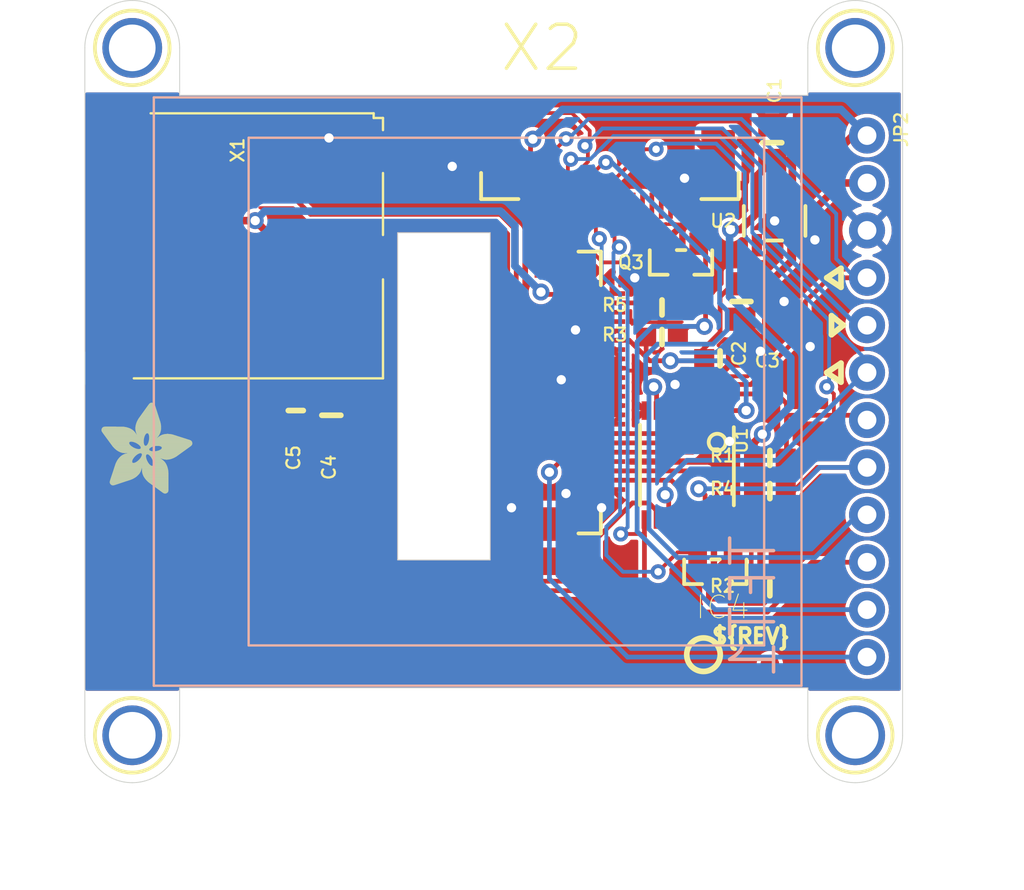
<source format=kicad_pcb>
(kicad_pcb (version 20221018) (generator pcbnew)
  (layers (0 "F.Cu" signal) (1 "In1.Cu" signal) (2 "In2.Cu" signal) (3 "In3.Cu" signal) (4 "In4.Cu" signal) (5 "In5.Cu" signal) (6 "In6.Cu" signal) (7 "In7.Cu" signal) (8 "In8.Cu" signal) (9 "In9.Cu" signal) (10 "In10.Cu" signal) (11 "In11.Cu" signal) (12 "In12.Cu" signal) (13 "In13.Cu" signal) (14 "In14.Cu" signal) (31 "B.Cu" signal) (34 "B.Paste" user) (35 "F.Paste" user) (36 "B.SilkS" user "B.Silkscreen") (37 "F.SilkS" user "F.Silkscreen") (38 "B.Mask" user) (39 "F.Mask" user) (44 "Edge.Cuts" user))
  (net 0 "")
  (net 1 "GND")
  (net 2 "SCK")
  (net 3 "SCK_3V")
  (net 4 "MOSI")
  (net 5 "MOSI_3V")
  (net 6 "MISO")
  (net 7 "+3V3")
  (net 8 "CARDCS")
  (net 9 "CARDCS_3V")
  (net 10 "LEDK")
  (net 11 "LITE")
  (net 12 "TFTDC")
  (net 13 "TFTDC_3V")
  (net 14 "TFTCS_3V")
  (net 15 "TFTCS")
  (net 16 "VIN")
  (net 17 "TFTRST_3V")
  (net 18 "TFTRST")
  (net 19 "N$1")
  (net 20 "TE")
  (footprint "working:0603-NO" (layer "F.Cu") (at 137.8966 106.0196 -90)
    (fp_text reference "C5")
    (fp_text value "0.1uF")
  )
  (footprint "working:0603-NO" (layer "F.Cu") (at 157.5181 102.0826 180)
    (fp_text reference "R3")
    (fp_text value "10K")
  )
  (footprint "working:0603-NO" (layer "F.Cu") (at 160.6296 103.2256)
    (fp_text reference "C3")
    (fp_text value "0.1uF")
  )
  (footprint "working:0603-NO" (layer "F.Cu") (at 157.5181 100.4951 180)
    (fp_text reference "R5")
    (fp_text value "10")
  )
  (footprint "working:EYE_SPI_DISPLAY_BOTCONTACT" (layer "F.Cu") (at 154.7241 93.8911 180)
    (fp_text reference "X2")
    (fp_text value "EYE_SPI_DISPLAY_FLIP")
  )
  (footprint "working:0805-NO" (layer "F.Cu") (at 161.7726 100.1776 -90)
    (fp_text reference "C2")
    (fp_text value "10uF")
  )
  (footprint "working:ADAFRUIT_5MM" (layer "F.Cu") (at 127.4826 110.4646)
    (fp_text reference "U$1" hide)
    (fp_text value "" hide)
  )
  (footprint "working:PLABEL7" (layer "F.Cu") (at 162.6616 101.9556)
    (fp_text reference "PLABEL7" hide)
    (fp_text value "" hide)
  )
  (footprint "working:PLABEL6" (layer "F.Cu") (at 163.2966 99.4156)
    (fp_text reference "PLABEL6" hide)
    (fp_text value "" hide)
  )
  (footprint "working:SOT23-WIDE" (layer "F.Cu") (at 160.3756 114.6556 180)
    (fp_text reference "IC4")
    (fp_text value "APX803-SAG")
  )
  (footprint "working:PLABEL9" (layer "F.Cu") (at 127.3556 117.4496)
    (fp_text reference "PLABEL9" hide)
    (fp_text value "" hide)
  )
  (footprint "working:FIDUCIAL_1MM" (layer "F.Cu") (at 144.7546 90.5256)
    (fp_text reference "U$4" hide)
    (fp_text value "FIDUCIAL_1MM" hide)
  )
  (footprint "working:PLABEL15" (layer "F.Cu") (at 164.6936 93.8276)
    (fp_text reference "PLABEL15" hide)
    (fp_text value "" hide)
  )
  (footprint "working:PLABEL3" (layer "F.Cu") (at 167.2336 114.0206)
    (fp_text reference "PLABEL3" hide)
    (fp_text value "" hide)
  )
  (footprint "working:PLABEL14" (layer "F.Cu") (at 167.2336 98.0186 90)
    (fp_text reference "PLABEL14" hide)
    (fp_text value "" hide)
  )
  (footprint "working:PLABEL4" (layer "F.Cu") (at 167.3606 107.0356)
    (fp_text reference "PLABEL4" hide)
    (fp_text value "" hide)
  )
  (footprint "working:PLABEL11" (layer "F.Cu") (at 127.3556 114.6556)
    (fp_text reference "PLABEL11" hide)
    (fp_text value "" hide)
  )
  (footprint "working:PLABEL8" (layer "F.Cu") (at 164.9476 117.0686)
    (fp_text reference "PLABEL8" hide)
    (fp_text value "" hide)
  )
  (footprint "working:0603-NO" (layer "F.Cu") (at 163.2966 115.5446 180)
    (fp_text reference "R2")
    (fp_text value "10K")
  )
  (footprint "working:MOUNTINGHOLE_2.5_PLATED" (layer "F.Cu") (at 167.8686 123.4186)
    (fp_text reference "U$10" hide)
    (fp_text value "MOUNTINGHOLE2.5" hide)
  )
  (footprint "working:MOUNTINGHOLE_2.5_PLATED" (layer "F.Cu") (at 129.1336 123.4186)
    (fp_text reference "U$8" hide)
    (fp_text value "MOUNTINGHOLE2.5" hide)
  )
  (footprint "working:MOUNTINGHOLE_2.5_PLATED" (layer "F.Cu") (at 129.1336 86.5886)
    (fp_text reference "U$7" hide)
    (fp_text value "MOUNTINGHOLE2.5" hide)
  )
  (footprint "working:MOUNTINGHOLE_2.5_PLATED" (layer "F.Cu") (at 167.8686 86.5886)
    (fp_text reference "U$9" hide)
    (fp_text value "MOUNTINGHOLE2.5" hide)
  )
  (footprint "working:PLABEL1" (layer "F.Cu") (at 164.9476 109.5756)
    (fp_text reference "PLABEL1" hide)
    (fp_text value "" hide)
  )
  (footprint "working:PLABEL16" (layer "F.Cu") (at 165.8366 119.8626)
    (fp_text reference "PLABEL16" hide)
    (fp_text value "" hide)
  )
  (footprint "working:0603-NO" (layer "F.Cu") (at 163.2966 108.5596 180)
    (fp_text reference "R1")
    (fp_text value "10K")
  )
  (footprint "working:PLABEL0" (layer "F.Cu") (at 165.2016 91.6686)
    (fp_text reference "PLABEL0" hide)
    (fp_text value "" hide)
  )
  (footprint "working:TSSOP16" (layer "F.Cu") (at 158.8516 108.9406 180)
    (fp_text reference "U1")
    (fp_text value "74HC4050PWR")
  )
  (footprint "working:PLABEL12" (layer "F.Cu") (at 127.3556 112.4966)
    (fp_text reference "PLABEL12" hide)
    (fp_text value "" hide)
  )
  (footprint "working:0603-NO" (layer "F.Cu") (at 163.2966 110.3376 180)
    (fp_text reference "R4")
    (fp_text value "10K")
  )
  (footprint "working:FIDUCIAL_1MM" (layer "F.Cu") (at 163.2966 119.6086)
    (fp_text reference "U$5" hide)
    (fp_text value "FIDUCIAL_1MM" hide)
  )
  (footprint "working:PLABEL5" (layer "F.Cu") (at 162.2806 104.3686)
    (fp_text reference "PLABEL5" hide)
    (fp_text value "" hide)
  )
  (footprint "working:PCBFEAT-REV-040" (layer "F.Cu") (at 159.7406 119.1006 180)
    (fp_text reference "U$2" hide)
    (fp_text value "" hide)
  )
  (footprint "working:PLABEL2" (layer "F.Cu") (at 165.2016 112.1156)
    (fp_text reference "PLABEL2" hide)
    (fp_text value "" hide)
  )
  (footprint "working:1X12_ROUND_76MIL" (layer "F.Cu") (at 168.5036 105.2576 -90)
    (fp_text reference "JP2")
    (fp_text value "")
  )
  (footprint "working:SOT23-WIDE" (layer "F.Cu") (at 158.5341 98.0821 180)
    (fp_text reference "Q3")
    (fp_text value "BSS138")
  )
  (footprint "working:PLABEL13" (layer "F.Cu") (at 132.9436 110.3376)
    (fp_text reference "PLABEL13" hide)
    (fp_text value "" hide)
  )
  (footprint "working:PLABEL10" (layer "F.Cu") (at 127.3556 120.1166)
    (fp_text reference "PLABEL10" hide)
    (fp_text value "" hide)
  )
  (footprint "working:0805-NO" (layer "F.Cu") (at 163.4236 91.6686 90)
    (fp_text reference "C1")
    (fp_text value "10uF")
  )
  (footprint "working:SOT23-5" (layer "F.Cu") (at 163.5506 95.8596 180)
    (fp_text reference "U2")
    (fp_text value "AP2127K-3.3")
  )
  (footprint "working:MICROSD" (layer "F.Cu") (at 134.9756 97.3836 -90)
    (fp_text reference "X1")
    (fp_text value "MICROSD")
  )
  (footprint "working:0805-NO" (layer "F.Cu") (at 139.8016 106.2736 -90)
    (fp_text reference "C4")
    (fp_text value "10uF")
  )
  (footprint "working:PLABEL18" (layer "B.Cu") (at 167.4876 93.8276 180)
    (fp_text reference "PLABEL18" hide)
    (fp_text value "" hide)
  )
  (footprint "working:PLABEL29" (layer "B.Cu") (at 167.4876 119.2276 180)
    (fp_text reference "PLABEL29" hide)
    (fp_text value "" hide)
  )
  (footprint "working:PLABEL23" (layer "B.Cu") (at 167.4876 106.5276 180)
    (fp_text reference "PLABEL23" hide)
    (fp_text value "" hide)
  )
  (footprint "working:PLABEL28" (layer "B.Cu") (at 128.2446 105.2576 -90)
    (fp_text reference "PLABEL28" hide)
    (fp_text value "" hide)
  )
  (footprint "working:PLABEL27" (layer "B.Cu") (at 167.4876 116.6876 180)
    (fp_text reference "PLABEL27" hide)
    (fp_text value "" hide)
  )
  (footprint "working:PLABEL17" (layer "B.Cu") (at 167.4876 91.2876 180)
    (fp_text reference "PLABEL17" hide)
    (fp_text value "" hide)
  )
  (footprint "working:PLABEL21" (layer "B.Cu") (at 167.4876 101.4476 180)
    (fp_text reference "PLABEL21" hide)
    (fp_text value "" hide)
  )
  (footprint "working:PLABEL24" (layer "B.Cu") (at 167.4876 109.0676 180)
    (fp_text reference "PLABEL24" hide)
    (fp_text value "" hide)
  )
  (footprint "working:PLABEL26" (layer "B.Cu") (at 167.4876 114.1476 180)
    (fp_text reference "PLABEL26" hide)
    (fp_text value "" hide)
  )
  (footprint "working:PLABEL22" (layer "B.Cu") (at 167.4876 103.9876 180)
    (fp_text reference "PLABEL22" hide)
    (fp_text value "" hide)
  )
  (footprint "working:PLABEL25" (layer "B.Cu") (at 167.4876 111.6076 180)
    (fp_text reference "PLABEL25" hide)
    (fp_text value "" hide)
  )
  (footprint "working:PLABEL19" (layer "B.Cu") (at 167.4876 96.3676 180)
    (fp_text reference "PLABEL19" hide)
    (fp_text value "" hide)
  )
  (footprint "working:TFT_1.54IN_240X240_22PIN" (layer "B.Cu") (at 153.6446 105.0036 90)
    (fp_text reference "TFT1")
    (fp_text value "DISP_TFT_1.54IN_240X240_22P")
  )
  (footprint "working:PLABEL20" (layer "B.Cu") (at 167.4876 98.9076 180)
    (fp_text reference "PLABEL20" hide)
    (fp_text value "" hide)
  )
  (gr_line (start 166.5986 101.9556) (end 167.2336 101.4476) (stroke (width 0.3048)) (layer "F.SilkS"))
  (gr_line (start 167.1066 99.4156) (end 166.3446 98.9076) (stroke (width 0.3048)) (layer "F.SilkS"))
  (gr_line (start 167.2336 101.4476) (end 166.5986 100.9396) (stroke (width 0.3048)) (layer "F.SilkS"))
  (gr_line (start 166.3446 98.9076) (end 167.1066 98.3996) (stroke (width 0.3048)) (layer "F.SilkS"))
  (gr_line (start 166.3446 103.9876) (end 167.1066 103.4796) (stroke (width 0.3048)) (layer "F.SilkS"))
  (gr_line (start 167.1066 103.4796) (end 167.1066 104.4956) (stroke (width 0.3048)) (layer "F.SilkS"))
  (gr_line (start 167.1066 104.4956) (end 166.3446 103.9876) (stroke (width 0.3048)) (layer "F.SilkS"))
  (gr_line (start 166.5986 100.9396) (end 166.5986 101.9556) (stroke (width 0.3048)) (layer "F.SilkS"))
  (gr_line (start 167.1066 98.3996) (end 167.1066 99.4156) (stroke (width 0.3048)) (layer "F.SilkS"))
  (gr_arc (start 170.4086 123.4186) (mid 169.664651 125.214651) (end 167.8686 125.9586) (stroke (width 0.05)) (layer "Edge.Cuts"))
  (gr_line (start 131.6736 120.8786) (end 165.3286 120.8786) (stroke (width 0.05)) (layer "Edge.Cuts"))
  (gr_arc (start 167.8686 84.0486) (mid 169.664651 84.792549) (end 170.4086 86.5886) (stroke (width 0.05)) (layer "Edge.Cuts"))
  (gr_arc (start 126.5936 86.5886) (mid 127.337549 84.792549) (end 129.1336 84.0486) (stroke (width 0.05)) (layer "Edge.Cuts"))
  (gr_line (start 165.3286 89.1286) (end 131.6736 89.1286) (stroke (width 0.05)) (layer "Edge.Cuts"))
  (gr_line (start 165.3286 86.5886) (end 165.3286 89.1286) (stroke (width 0.05)) (layer "Edge.Cuts"))
  (gr_arc (start 167.8686 125.9586) (mid 166.072549 125.214651) (end 165.3286 123.4186) (stroke (width 0.05)) (layer "Edge.Cuts"))
  (gr_line (start 126.5936 86.5886) (end 126.5936 123.4186) (stroke (width 0.05)) (layer "Edge.Cuts"))
  (gr_line (start 165.3286 120.8786) (end 165.3286 123.4186) (stroke (width 0.05)) (layer "Edge.Cuts"))
  (gr_line (start 148.3106 114.0206) (end 148.3106 96.4946) (stroke (width 0.05)) (layer "Edge.Cuts"))
  (gr_line (start 148.3106 96.4946) (end 143.3576 96.4946) (stroke (width 0.05)) (layer "Edge.Cuts"))
  (gr_arc (start 131.6736 123.4186) (mid 130.929651 125.214651) (end 129.1336 125.9586) (stroke (width 0.05)) (layer "Edge.Cuts"))
  (gr_arc (start 129.1336 125.9586) (mid 127.337549 125.214651) (end 126.5936 123.4186) (stroke (width 0.05)) (layer "Edge.Cuts"))
  (gr_line (start 143.3576 96.4946) (end 143.3576 114.0206) (stroke (width 0.05)) (layer "Edge.Cuts"))
  (gr_arc (start 165.3286 86.5886) (mid 166.072549 84.792549) (end 167.8686 84.0486) (stroke (width 0.05)) (layer "Edge.Cuts"))
  (gr_line (start 131.6736 123.4186) (end 131.6736 120.8786) (stroke (width 0.05)) (layer "Edge.Cuts"))
  (gr_line (start 143.3576 114.0206) (end 148.3106 114.0206) (stroke (width 0.05)) (layer "Edge.Cuts"))
  (gr_arc (start 129.1336 84.0486) (mid 130.929651 84.792549) (end 131.6736 86.5886) (stroke (width 0.05)) (layer "Edge.Cuts"))
  (gr_line (start 170.4086 123.4186) (end 170.4086 86.5886) (stroke (width 0.05)) (layer "Edge.Cuts"))
  (gr_line (start 131.6736 89.1286) (end 131.6736 86.5886) (stroke (width 0.05)) (layer "Edge.Cuts"))
  (segment (start 154.8426 103.7536) (end 155.6046 103.7536) (width 0.2032) (layer "F.Cu") (net 1))
  (segment (start 155.7316 103.8806) (end 155.6046 103.7536) (width 0.2032) (layer "F.Cu") (net 1))
  (segment (start 154.8426 101.7536) (end 152.934596 101.7536) (width 0.254) (layer "F.Cu") (net 1))
  (segment (start 154.8426 104.7536) (end 152.5056 104.7536) (width 0.2032) (layer "F.Cu") (net 1))
  (segment (start 157.31505 103.8806) (end 155.7316 103.8806) (width 0.2032) (layer "F.Cu") (net 1))
  (segment (start 158.2166 104.6226) (end 158.05705 104.6226) (width 0.2032) (layer "F.Cu") (net 1))
  (segment (start 152.934596 101.7536) (end 152.8826 101.7016) (width 0.254) (layer "F.Cu") (net 1))
  (segment (start 158.05705 104.6226) (end 157.31505 103.8806) (width 0.2032) (layer "F.Cu") (net 1))
  (segment (start 152.5056 104.7536) (end 152.1206 104.3686) (width 0.2032) (layer "F.Cu") (net 1))
  (via (at 152.8826 101.7016) (size 0.9064) (drill 0.5) (layers "F.Cu" "B.Cu") (net 1))
  (via (at 149.4536 111.2266) (size 0.9064) (drill 0.5) (layers "F.Cu" "B.Cu") (net 1))
  (via (at 154.2796 111.2266) (size 0.9064) (drill 0.5) (layers "F.Cu" "B.Cu") (net 1))
  (via (at 161.1376 107.6706) (size 0.9064) (drill 0.5) (layers "F.Cu" "B.Cu") (net 1))
  (via (at 164.0586 100.1776) (size 0.9064) (drill 0.5) (layers "F.Cu" "B.Cu") (net 1))
  (via (at 158.2166 104.6226) (size 0.9064) (drill 0.5) (layers "F.Cu" "B.Cu") (net 1))
  (via (at 152.3746 110.4646) (size 0.9064) (drill 0.5) (layers "F.Cu" "B.Cu") (net 1))
  (via (at 163.5506 95.8596) (size 0.9064) (drill 0.5) (layers "F.Cu" "B.Cu") (net 1))
  (via (at 165.4556 102.5906) (size 0.9064) (drill 0.5) (layers "F.Cu" "B.Cu") (net 1))
  (via (at 158.7246 93.5736) (size 0.9064) (drill 0.5) (layers "F.Cu" "B.Cu") (net 1))
  (via (at 162.7886 102.8446) (size 0.9064) (drill 0.5) (layers "F.Cu" "B.Cu") (net 1))
  (via (at 139.6746 91.4146) (size 0.9064) (drill 0.5) (layers "F.Cu" "B.Cu") (net 1))
  (via (at 165.7096 96.8756) (size 0.9064) (drill 0.5) (layers "F.Cu" "B.Cu") (net 1))
  (via (at 152.1206 104.3686) (size 0.9064) (drill 0.5) (layers "F.Cu" "B.Cu") (net 1))
  (via (at 156.0576 98.9076) (size 0.9064) (drill 0.5) (layers "F.Cu" "B.Cu") (net 1))
  (via (at 146.2786 92.9386) (size 0.9064) (drill 0.5) (layers "F.Cu" "B.Cu") (net 1))
  (segment (start 152.3746 91.4622) (end 151.8471 91.9897) (width 0.2032) (layer "F.Cu") (net 2))
  (segment (start 151.9741 93.2671) (end 151.9741 95.0451) (width 0.2032) (layer "F.Cu") (net 2))
  (segment (start 166.4716 98.9076) (end 168.5036 98.9076) (width 0.254) (layer "F.Cu") (net 2))
  (segment (start 165.2016 100.1776) (end 166.4716 98.9076) (width 0.254) (layer "F.Cu") (net 2))
  (segment (start 165.2016 101.7016) (end 162.280596 104.6226) (width 0.254) (layer "F.Cu") (net 2))
  (segment (start 159.3596 104.6226) (end 162.280596 104.6226) (width 0.254) (layer "F.Cu") (net 2))
  (segment (start 165.2016 101.7016) (end 165.2016 100.1776) (width 0.254) (layer "F.Cu") (net 2))
  (segment (start 158.5266 106.0228) (end 158.5266 105.4556) (width 0.254) (layer "F.Cu") (net 2))
  (segment (start 151.9741 93.2671) (end 151.8471 93.1401) (width 0.2032) (layer "F.Cu") (net 2))
  (segment (start 158.5266 105.4556) (end 159.3596 104.6226) (width 0.254) (layer "F.Cu") (net 2))
  (segment (start 151.8471 91.9897) (end 151.8471 93.1401) (width 0.2032) (layer "F.Cu") (net 2))
  (via (at 152.3746 91.4622) (size 0.8064) (drill 0.4) (layers "F.Cu" "B.Cu") (net 2))
  (segment (start 153.5652 90.3986) (end 152.5016 91.4622) (width 0.2032) (layer "B.Cu") (net 2))
  (segment (start 153.5652 90.3986) (end 161.7726 90.3986) (width 0.2032) (layer "B.Cu") (net 2))
  (segment (start 161.7726 90.3986) (end 166.8526 95.4786) (width 0.2032) (layer "B.Cu") (net 2))
  (segment (start 152.5016 91.4622) (end 152.3746 91.4622) (width 0.2032) (layer "B.Cu") (net 2))
  (segment (start 167.8686 98.9076) (end 166.8526 97.8916) (width 0.2032) (layer "B.Cu") (net 2))
  (segment (start 166.8526 95.4786) (end 166.8526 97.8916) (width 0.2032) (layer "B.Cu") (net 2))
  (segment (start 167.8686 98.9076) (end 168.5036 98.9076) (width 0.2032) (layer "B.Cu") (net 2))
  (segment (start 148.8466 95.5066) (end 138.6866 95.5066) (width 0.254) (layer "F.Cu") (net 3))
  (segment (start 148.8466 95.5066) (end 149.7076 96.3676) (width 0.254) (layer "F.Cu") (net 3))
  (segment (start 149.7076 96.3676) (end 149.7076 104.8766) (width 0.254) (layer "F.Cu") (net 3))
  (segment (start 154.8426 107.7536) (end 158.1336 107.7536) (width 0.254) (layer "F.Cu") (net 3))
  (segment (start 149.7076 104.8766) (end 152.5846 107.7536) (width 0.254) (layer "F.Cu") (net 3))
  (segment (start 158.1336 107.7536) (end 159.1766 106.7106) (width 0.254) (layer "F.Cu") (net 3))
  (segment (start 131.8286 94.7446) (end 137.9246 94.7446) (width 0.254) (layer "F.Cu") (net 3))
  (segment (start 152.5846 107.7536) (end 154.8426 107.7536) (width 0.254) (layer "F.Cu") (net 3))
  (segment (start 159.1766 106.7106) (end 159.1766 106.0228) (width 0.254) (layer "F.Cu") (net 3))
  (segment (start 138.6866 95.5066) (end 137.9246 94.7446) (width 0.254) (layer "F.Cu") (net 3))
  (segment (start 152.4741 92.712085) (end 152.4741 95.0451) (width 0.2032) (layer "F.Cu") (net 4))
  (segment (start 152.474115 92.712085) (end 152.4741 92.712085) (width 0.2032) (layer "F.Cu") (net 4))
  (segment (start 157.6891 110.571225) (end 157.6891 110.537) (width 0.254) (layer "F.Cu") (net 4))
  (segment (start 152.6286 92.5576) (end 152.474115 92.712085) (width 0.2032) (layer "F.Cu") (net 4))
  (segment (start 157.8766 110.758725) (end 157.6891 110.571225) (width 0.254) (layer "F.Cu") (net 4))
  (segment (start 157.8766 111.8584) (end 157.8766 110.758725) (width 0.254) (layer "F.Cu") (net 4))
  (via (at 152.6286 92.5576) (size 0.8064) (drill 0.4) (layers "F.Cu" "B.Cu") (net 4))
  (via (at 157.6891 110.537) (size 0.9064) (drill 0.5) (layers "F.Cu" "B.Cu") (net 4))
  (segment (start 162.3568 96.482963) (end 166.8526 100.978763) (width 0.2032) (layer "B.Cu") (net 4))
  (segment (start 152.6414 92.5448) (end 153.683868 92.5448) (width 0.2032) (layer "B.Cu") (net 4))
  (segment (start 158.8516 108.6866) (end 163.6776 108.6866) (width 0.254) (layer "B.Cu") (net 4))
  (segment (start 157.6891 109.8491) (end 158.8516 108.6866) (width 0.254) (layer "B.Cu") (net 4))
  (segment (start 154.915668 91.313) (end 160.588262 91.313) (width 0.2032) (layer "B.Cu") (net 4))
  (segment (start 168.3766 103.9876) (end 163.6776 108.6866) (width 0.254) (layer "B.Cu") (net 4))
  (segment (start 152.6286 92.5576) (end 152.6414 92.5448) (width 0.2032) (layer "B.Cu") (net 4))
  (segment (start 153.683868 92.5448) (end 154.915668 91.313) (width 0.2032) (layer "B.Cu") (net 4))
  (segment (start 168.5036 103.9876) (end 168.5036 103.3526) (width 0.2032) (layer "B.Cu") (net 4))
  (segment (start 160.588262 91.313) (end 162.3568 93.081538) (width 0.2032) (layer "B.Cu") (net 4))
  (segment (start 168.3766 103.9876) (end 168.5036 103.9876) (width 0.254) (layer "B.Cu") (net 4))
  (segment (start 166.8526 100.978763) (end 166.8526 101.7016) (width 0.2032) (layer "B.Cu") (net 4))
  (segment (start 157.6891 110.537) (end 157.6891 109.8491) (width 0.254) (layer "B.Cu") (net 4))
  (segment (start 162.3568 93.081538) (end 162.3568 96.482963) (width 0.2032) (layer "B.Cu") (net 4))
  (segment (start 168.5036 103.3526) (end 166.8526 101.7016) (width 0.2032) (layer "B.Cu") (net 4))
  (segment (start 153.3906 109.8296) (end 153.4456 109.7746) (width 0.254) (layer "F.Cu") (net 5))
  (segment (start 154.8426 109.7536) (end 158.0136 109.7536) (width 0.254) (layer "F.Cu") (net 5))
  (segment (start 154.8216 109.7746) (end 154.8426 109.7536) (width 0.254) (layer "F.Cu") (net 5))
  (segment (start 158.0136 109.7536) (end 158.5266 110.2666) (width 0.254) (layer "F.Cu") (net 5))
  (segment (start 154.8216 109.7746) (end 153.4456 109.7746) (width 0.254) (layer "F.Cu") (net 5))
  (segment (start 131.8286 96.9446) (end 134.917596 96.9446) (width 0.254) (layer "F.Cu") (net 5))
  (segment (start 142.4686 115.1636) (end 152.8826 115.1636) (width 0.254) (layer "F.Cu") (net 5))
  (segment (start 134.917596 96.9446) (end 136.3726 98.3996) (width 0.254) (layer "F.Cu") (net 5))
  (segment (start 136.3726 98.3996) (end 136.3726 109.0676) (width 0.254) (layer "F.Cu") (net 5))
  (segment (start 152.8826 115.1636) (end 153.3906 114.6556) (width 0.254) (layer "F.Cu") (net 5))
  (segment (start 153.3906 114.6556) (end 153.3906 109.8296) (width 0.254) (layer "F.Cu") (net 5))
  (segment (start 136.3726 109.0676) (end 142.4686 115.1636) (width 0.254) (layer "F.Cu") (net 5))
  (segment (start 158.5266 110.2666) (end 158.5266 111.8584) (width 0.254) (layer "F.Cu") (net 5))
  (segment (start 152.9741 93.2671) (end 152.9741 95.0451) (width 0.2032) (layer "F.Cu") (net 6))
  (segment (start 143.3576 94.3356) (end 140.5636 94.3356) (width 0.2032) (layer "F.Cu") (net 6))
  (segment (start 153.3906 91.8368) (end 153.5456 91.9918) (width 0.2032) (layer "F.Cu") (net 6))
  (segment (start 147.6121 90.0811) (end 143.3576 94.3356) (width 0.2032) (layer "F.Cu") (net 6))
  (segment (start 153.3906 91.8368) (end 153.6446 91.5828) (width 0.2032) (layer "F.Cu") (net 6))
  (segment (start 153.6446 91.0336) (end 153.6446 91.5828) (width 0.2032) (layer "F.Cu") (net 6))
  (segment (start 153.6446 91.0336) (end 152.6921 90.0811) (width 0.2032) (layer "F.Cu") (net 6))
  (segment (start 131.8286 92.5446) (end 138.7726 92.5446) (width 0.254) (layer "F.Cu") (net 6))
  (segment (start 153.5456 91.9918) (end 153.5456 92.6956) (width 0.2032) (layer "F.Cu") (net 6))
  (segment (start 138.7726 92.5446) (end 140.5636 94.3356) (width 0.254) (layer "F.Cu") (net 6))
  (segment (start 152.6921 90.0811) (end 147.6121 90.0811) (width 0.2032) (layer "F.Cu") (net 6))
  (segment (start 153.5456 92.6956) (end 152.9741 93.2671) (width 0.2032) (layer "F.Cu") (net 6))
  (via (at 153.3906 91.8368) (size 0.8064) (drill 0.4) (layers "F.Cu" "B.Cu") (net 6))
  (segment (start 162.7886 92.9386) (end 160.7566 90.9066) (width 0.2032) (layer "B.Cu") (net 6))
  (segment (start 167.9321 101.4476) (end 162.7886 96.3041) (width 0.254) (layer "B.Cu") (net 6))
  (segment (start 160.7566 90.9066) (end 154.3208 90.9066) (width 0.2032) (layer "B.Cu") (net 6))
  (segment (start 162.7886 96.3041) (end 162.7886 92.9386) (width 0.2032) (layer "B.Cu") (net 6))
  (segment (start 153.3906 91.8368) (end 154.3208 90.9066) (width 0.2032) (layer "B.Cu") (net 6))
  (segment (start 168.5036 101.4476) (end 167.9321 101.4476) (width 0.254) (layer "B.Cu") (net 6))
  (segment (start 168.5036 93.8276) (end 167.1066 93.8276) (width 0.4064) (layer "F.Cu") (net 7))
  (segment (start 152.3066 100.7536) (end 153.3906 100.7536) (width 0.4064) (layer "F.Cu") (net 7))
  (segment (start 156.6681 102.0826) (end 156.6681 103.1621) (width 0.254) (layer "F.Cu") (net 7))
  (segment (start 153.3906 100.0506) (end 153.3906 100.7536) (width 0.4064) (layer "F.Cu") (net 7))
  (segment (start 164.5006 97.9576) (end 164.5006 97.1597) (width 0.4064) (layer "F.Cu") (net 7))
  (segment (start 131.4286 95.8446) (end 135.7226 95.8446) (width 0.4064) (layer "F.Cu") (net 7))
  (segment (start 160.6296 101.8286) (end 159.5061 102.9521) (width 0.254) (layer "F.Cu") (net 7))
  (segment (start 138.0506 105.3236) (end 137.8966 105.1696) (width 0.254) (layer "F.Cu") (net 7))
  (segment (start 151.8666 102.2096) (end 151.8666 101.1936) (width 0.4064) (layer "F.Cu") (net 7))
  (segment (start 154.8426 98.5696) (end 153.6156 99.7966) (width 0.254) (layer "F.Cu") (net 7))
  (segment (start 153.3906 100.7536) (end 154.8426 100.7536) (width 0.254) (layer "F.Cu") (net 7))
  (segment (start 159.6526 103.3526) (end 159.7796 103.2256) (width 0.254) (layer "F.Cu") (net 7))
  (segment (start 151.0326 99.6696) (end 151.1596 99.7966) (width 0.254) (layer "F.Cu") (net 7))
  (segment (start 156.6681 103.1621) (end 155.7596 102.2536) (width 0.254) (layer "F.Cu") (net 7))
  (segment (start 161.7726 99.2276) (end 161.3256 99.2276) (width 0.254) (layer "F.Cu") (net 7))
  (segment (start 156.8586 103.3526) (end 157.9626 103.3526) (width 0.254) (layer "F.Cu") (net 7))
  (segment (start 162.0266 106.0196) (end 162.0234 106.0228) (width 0.254) (layer "F.Cu") (net 7))
  (segment (start 159.7796 103.2256) (end 159.5061 102.9521) (width 0.254) (layer "F.Cu") (net 7))
  (segment (start 139.8016 105.3236) (end 138.0506 105.3236) (width 0.4064) (layer "F.Cu") (net 7))
  (segment (start 167.1066 93.8276) (end 164.5006 96.4336) (width 0.4064) (layer "F.Cu") (net 7))
  (segment (start 154.8426 99.7536) (end 154.8426 98.5696) (width 0.254) (layer "F.Cu") (net 7))
  (segment (start 153.8266 102.2816) (end 153.3906 102.7176) (width 0.254) (layer "F.Cu") (net 7))
  (segment (start 154.8426 99.7536) (end 154.8426 98.5986) (width 0.254) (layer "F.Cu") (net 7))
  (segment (start 152.3746 102.7176) (end 151.8666 102.2096) (width 0.4064) (layer "F.Cu") (net 7))
  (segment (start 151.8666 101.1936) (end 152.3066 100.7536) (width 0.4064) (layer "F.Cu") (net 7))
  (segment (start 159.6526 103.3526) (end 157.9626 103.3526) (width 0.254) (layer "F.Cu") (net 7))
  (segment (start 162.0234 106.0228) (end 161.1266 106.0228) (width 0.254) (layer "F.Cu") (net 7))
  (segment (start 154.8426 102.2536) (end 155.7596 102.2536) (width 0.254) (layer "F.Cu") (net 7))
  (segment (start 154.8426 98.5986) (end 153.3906 100.0506) (width 0.4064) (layer "F.Cu") (net 7))
  (segment (start 153.3906 102.7176) (end 152.3746 102.7176) (width 0.4064) (layer "F.Cu") (net 7))
  (segment (start 153.8266 102.2536) (end 153.8266 102.2816) (width 0.254) (layer "F.Cu") (net 7))
  (segment (start 163.2306 99.2276) (end 164.5006 97.9576) (width 0.4064) (layer "F.Cu") (net 7))
  (segment (start 160.6296 99.9236) (end 160.6296 101.8286) (width 0.254) (layer "F.Cu") (net 7))
  (segment (start 154.8426 101.2536) (end 154.8426 100.7536) (width 0.254) (layer "F.Cu") (net 7))
  (segment (start 164.5006 96.4336) (end 164.5006 97.1597) (width 0.4064) (layer "F.Cu") (net 7))
  (segment (start 161.7726 99.2276) (end 163.2306 99.2276) (width 0.4064) (layer "F.Cu") (net 7))
  (segment (start 137.8966 98.0186) (end 137.8966 105.1696) (width 0.4064) (layer "F.Cu") (net 7))
  (segment (start 161.3256 99.2276) (end 160.6296 99.9236) (width 0.254) (layer "F.Cu") (net 7))
  (segment (start 154.8426 102.2536) (end 153.8266 102.2536) (width 0.254) (layer "F.Cu") (net 7))
  (segment (start 135.7226 95.8446) (end 137.8966 98.0186) (width 0.4064) (layer "F.Cu") (net 7))
  (segment (start 156.8586 103.3526) (end 156.6681 103.1621) (width 0.254) (layer "F.Cu") (net 7))
  (segment (start 153.6156 99.7966) (end 151.1596 99.7966) (width 0.254) (layer "F.Cu") (net 7))
  (via (at 157.9626 103.3526) (size 0.9064) (drill 0.5) (layers "F.Cu" "B.Cu") (net 7))
  (via (at 135.7226 95.8446) (size 0.9064) (drill 0.5) (layers "F.Cu" "B.Cu") (net 7))
  (via (at 151.0326 99.6696) (size 0.9064) (drill 0.5) (layers "F.Cu" "B.Cu") (net 7))
  (via (at 162.0266 106.0196) (size 0.9064) (drill 0.5) (layers "F.Cu" "B.Cu") (net 7))
  (segment (start 162.0266 104.4956) (end 160.8836 103.3526) (width 0.254) (layer "B.Cu") (net 7))
  (segment (start 149.6356 96.1136) (end 149.6356 98.2726) (width 0.4064) (layer "B.Cu") (net 7))
  (segment (start 162.0266 104.4956) (end 162.0266 106.0196) (width 0.254) (layer "B.Cu") (net 7))
  (segment (start 148.8586 95.3366) (end 136.2306 95.3366) (width 0.4064) (layer "B.Cu") (net 7))
  (segment (start 149.6356 98.2726) (end 151.0326 99.6696) (width 0.4064) (layer "B.Cu") (net 7))
  (segment (start 160.8836 103.3526) (end 157.9626 103.3526) (width 0.254) (layer "B.Cu") (net 7))
  (segment (start 149.6356 96.1136) (end 148.8586 95.3366) (width 0.4064) (layer "B.Cu") (net 7))
  (segment (start 135.7226 95.8446) (end 136.2306 95.3366) (width 0.4064) (layer "B.Cu") (net 7))
  (segment (start 155.306193 112.634194) (end 156.460193 112.634194) (width 0.2032) (layer "F.Cu") (net 8))
  (segment (start 163.1696 116.8146) (end 164.1466 115.8376) (width 0.254) (layer "F.Cu") (net 8))
  (segment (start 156.460193 112.634194) (end 156.5766 112.7506) (width 0.2032) (layer "F.Cu") (net 8))
  (segment (start 156.5766 115.6826) (end 157.7086 116.8146) (width 0.254) (layer "F.Cu") (net 8))
  (segment (start 156.5766 111.8584) (end 156.5766 112.7506) (width 0.254) (layer "F.Cu") (net 8))
  (segment (start 156.5766 112.7506) (end 156.5766 115.6826) (width 0.254) (layer "F.Cu") (net 8))
  (segment (start 164.1466 115.8376) (end 164.1466 115.5446) (width 0.254) (layer "F.Cu") (net 8))
  (segment (start 155.2321 97.2566) (end 154.9741 97.2566) (width 0.2032) (layer "F.Cu") (net 8))
  (segment (start 164.1466 115.5446) (end 165.5436 114.1476) (width 0.254) (layer "F.Cu") (net 8))
  (segment (start 157.7086 116.8146) (end 163.1696 116.8146) (width 0.254) (layer "F.Cu") (net 8))
  (segment (start 165.5436 114.1476) (end 168.5036 114.1476) (width 0.254) (layer "F.Cu") (net 8))
  (segment (start 154.9741 95.0451) (end 154.9741 97.2566) (width 0.2032) (layer "F.Cu") (net 8))
  (via (at 155.2321 97.2566) (size 0.8064) (drill 0.4) (layers "F.Cu" "B.Cu") (net 8))
  (via (at 155.306193 112.634194) (size 0.8064) (drill 0.4) (layers "F.Cu" "B.Cu") (net 8))
  (segment (start 155.6766 99.598575) (end 155.6766 112.263788) (width 0.2032) (layer "B.Cu") (net 8))
  (segment (start 155.6766 112.263788) (end 155.306193 112.634194) (width 0.2032) (layer "B.Cu") (net 8))
  (segment (start 155.2321 97.2566) (end 154.9186 97.5701) (width 0.2032) (layer "B.Cu") (net 8))
  (segment (start 154.9186 98.840575) (end 155.6766 99.598575) (width 0.2032) (layer "B.Cu") (net 8))
  (segment (start 154.9186 97.5701) (end 154.9186 98.840575) (width 0.2032) (layer "B.Cu") (net 8))
  (segment (start 154.0256 112.8776) (end 154.0256 114.7826) (width 0.254) (layer "F.Cu") (net 9))
  (segment (start 156.8196 110.9726) (end 155.9306 110.9726) (width 0.254) (layer "F.Cu") (net 9))
  (segment (start 157.2266 111.8584) (end 157.2266 111.3796) (width 0.254) (layer "F.Cu") (net 9))
  (segment (start 157.2266 111.3796) (end 156.8196 110.9726) (width 0.254) (layer "F.Cu") (net 9))
  (segment (start 153.1366 115.6716) (end 141.5796 115.6716) (width 0.254) (layer "F.Cu") (net 9))
  (segment (start 135.2296 99.9236) (end 133.3506 98.0446) (width 0.254) (layer "F.Cu") (net 9))
  (segment (start 155.9306 110.9726) (end 154.0256 112.8776) (width 0.254) (layer "F.Cu") (net 9))
  (segment (start 135.2296 109.3216) (end 135.2296 99.9236) (width 0.254) (layer "F.Cu") (net 9))
  (segment (start 154.0256 114.7826) (end 153.1366 115.6716) (width 0.254) (layer "F.Cu") (net 9))
  (segment (start 141.5796 115.6716) (end 135.2296 109.3216) (width 0.254) (layer "F.Cu") (net 9))
  (segment (start 133.3506 98.0446) (end 132.2286 98.0446) (width 0.254) (layer "F.Cu") (net 9))
  (segment (start 156.4266 100.2536) (end 154.8426 100.2536) (width 0.254) (layer "F.Cu") (net 10))
  (segment (start 156.4266 100.2536) (end 156.6681 100.4951) (width 0.254) (layer "F.Cu") (net 10))
  (segment (start 158.9396 101.5111) (end 158.3681 102.0826) (width 0.254) (layer "F.Cu") (net 11))
  (segment (start 150.9741 96.2371) (end 151.2316 96.4946) (width 0.2032) (layer "F.Cu") (net 11))
  (segment (start 159.8516 97.3226) (end 159.3186 96.7896) (width 0.254) (layer "F.Cu") (net 11))
  (segment (start 154.3431 98.0821) (end 158.5976 98.0821) (width 0.2032) (layer "F.Cu") (net 11))
  (segment (start 159.4841 97.0821) (end 159.4841 97.1956) (width 0.2032) (layer "F.Cu") (net 11))
  (segment (start 159.7881 101.5111) (end 158.9396 101.5111) (width 0.254) (layer "F.Cu") (net 11))
  (segment (start 150.9741 95.0451) (end 150.9741 96.2371) (width 0.2032) (layer "F.Cu") (net 11))
  (segment (start 159.2551 96.8531) (end 159.4841 97.0821) (width 0.254) (layer "F.Cu") (net 11))
  (segment (start 159.8516 97.3226) (end 159.8516 101.4476) (width 0.254) (layer "F.Cu") (net 11))
  (segment (start 152.7556 96.4946) (end 154.3431 98.0821) (width 0.2032) (layer "F.Cu") (net 11))
  (segment (start 159.4841 97.1956) (end 158.5976 98.0821) (width 0.2032) (layer "F.Cu") (net 11))
  (segment (start 151.2316 96.4946) (end 152.7556 96.4946) (width 0.2032) (layer "F.Cu") (net 11))
  (segment (start 159.2551 96.8531) (end 159.3186 96.7896) (width 0.2032) (layer "F.Cu") (net 11))
  (segment (start 159.7881 101.5111) (end 159.8516 101.4476) (width 0.254) (layer "F.Cu") (net 11))
  (via (at 159.7881 101.5111) (size 0.9064) (drill 0.5) (layers "F.Cu" "B.Cu") (net 11))
  (segment (start 156.1846 112.4966) (end 160.3756 116.6876) (width 0.254) (layer "B.Cu") (net 11))
  (segment (start 156.1846 102.3366) (end 156.1846 112.4966) (width 0.254) (layer "B.Cu") (net 11))
  (segment (start 160.3756 116.6876) (end 168.5036 116.6876) (width 0.254) (layer "B.Cu") (net 11))
  (segment (start 157.0101 101.5111) (end 159.7881 101.5111) (width 0.254) (layer "B.Cu") (net 11))
  (segment (start 156.1846 102.3366) (end 157.0101 101.5111) (width 0.254) (layer "B.Cu") (net 11))
  (segment (start 153.4741 93.65405) (end 154.405812 92.722338) (width 0.2032) (layer "F.Cu") (net 12))
  (segment (start 154.5076 92.722338) (end 154.405812 92.722338) (width 0.2032) (layer "F.Cu") (net 12))
  (segment (start 157.2266 106.0228) (end 157.2266 104.9026) (width 0.254) (layer "F.Cu") (net 12))
  (segment (start 157.2266 104.9026) (end 157.0736 104.7496) (width 0.254) (layer "F.Cu") (net 12))
  (segment (start 153.4741 95.0451) (end 153.4741 93.65405) (width 0.2032) (layer "F.Cu") (net 12))
  (via (at 157.0736 104.7496) (size 0.9064) (drill 0.5) (layers "F.Cu" "B.Cu") (net 12))
  (via (at 154.5076 92.722338) (size 0.8064) (drill 0.4) (layers "F.Cu" "B.Cu") (net 12))
  (segment (start 157.0736 104.8766) (end 156.8196 105.1306) (width 0.254) (layer "B.Cu") (net 12))
  (segment (start 161.0106 100.677944) (end 160.6042 100.271544) (width 0.254) (layer "B.Cu") (net 12))
  (segment (start 154.825337 92.722338) (end 154.5076 92.722338) (width 0.254) (layer "B.Cu") (net 12))
  (segment (start 156.6418 104.9528) (end 156.6418 103.0986) (width 0.254) (layer "B.Cu") (net 12))
  (segment (start 157.0736 104.7496) (end 157.0736 104.8766) (width 0.254) (layer "B.Cu") (net 12))
  (segment (start 165.7096 113.8936) (end 167.9956 111.6076) (width 0.254) (layer "B.Cu") (net 12))
  (segment (start 156.6418 103.0986) (end 157.2768 102.4636) (width 0.254) (layer "B.Cu") (net 12))
  (segment (start 156.8196 105.1306) (end 156.6418 104.9528) (width 0.254) (layer "B.Cu") (net 12))
  (segment (start 160.6042 98.5012) (end 154.825337 92.722338) (width 0.254) (layer "B.Cu") (net 12))
  (segment (start 161.0106 101.7016) (end 161.0106 100.677944) (width 0.254) (layer "B.Cu") (net 12))
  (segment (start 167.9956 111.6076) (end 168.5036 111.6076) (width 0.254) (layer "B.Cu") (net 12))
  (segment (start 160.6042 100.271544) (end 160.6042 98.5012) (width 0.254) (layer "B.Cu") (net 12))
  (segment (start 156.8196 112.3696) (end 158.3436 113.8936) (width 0.254) (layer "B.Cu") (net 12))
  (segment (start 160.2486 102.4636) (end 161.0106 101.7016) (width 0.254) (layer "B.Cu") (net 12))
  (segment (start 165.7096 113.8936) (end 158.3436 113.8936) (width 0.254) (layer "B.Cu") (net 12))
  (segment (start 157.2768 102.4636) (end 160.2486 102.4636) (width 0.254) (layer "B.Cu") (net 12))
  (segment (start 156.8196 105.1306) (end 156.8196 112.3696) (width 0.254) (layer "B.Cu") (net 12))
  (segment (start 157.4906 107.2536) (end 157.8766 106.8676) (width 0.254) (layer "F.Cu") (net 13))
  (segment (start 157.8766 106.8676) (end 157.8766 106.0228) (width 0.254) (layer "F.Cu") (net 13))
  (segment (start 154.8426 107.2536) (end 157.4906 107.2536) (width 0.254) (layer "F.Cu") (net 13))
  (segment (start 159.1576 108.2536) (end 160.4766 106.9346) (width 0.254) (layer "F.Cu") (net 14))
  (segment (start 154.8426 108.2536) (end 159.1576 108.2536) (width 0.254) (layer "F.Cu") (net 14))
  (segment (start 160.4766 106.9346) (end 160.4766 106.0228) (width 0.254) (layer "F.Cu") (net 14))
  (segment (start 154.4741 94.1411) (end 156.5942 92.021) (width 0.2032) (layer "F.Cu") (net 15))
  (segment (start 160.1216 105.1306) (end 163.6776 105.1306) (width 0.254) (layer "F.Cu") (net 15))
  (segment (start 166.7256 106.2736) (end 168.2496 106.2736) (width 0.254) (layer "F.Cu") (net 15))
  (segment (start 159.8266 106.0228) (end 159.8266 105.4256) (width 0.254) (layer "F.Cu") (net 15))
  (segment (start 164.1466 108.5596) (end 164.1856 108.5596) (width 0.254) (layer "F.Cu") (net 15))
  (segment (start 164.1856 106.2736) (end 166.7256 106.2736) (width 0.254) (layer "F.Cu") (net 15))
  (segment (start 166.7256 105.1306) (end 166.7256 106.2736) (width 0.2032) (layer "F.Cu") (net 15))
  (segment (start 168.2496 106.2736) (end 168.5036 106.5276) (width 0.254) (layer "F.Cu") (net 15))
  (segment (start 159.8266 105.4256) (end 160.1216 105.1306) (width 0.254) (layer "F.Cu") (net 15))
  (segment (start 154.4741 95.0451) (end 154.4741 94.1411) (width 0.2032) (layer "F.Cu") (net 15))
  (segment (start 163.6776 105.1306) (end 164.1856 105.6386) (width 0.254) (layer "F.Cu") (net 15))
  (segment (start 166.3446 104.7496) (end 166.7256 105.1306) (width 0.2032) (layer "F.Cu") (net 15))
  (segment (start 156.5942 92.021) (end 157.2006 92.021) (width 0.2032) (layer "F.Cu") (net 15))
  (segment (start 164.1856 105.6386) (end 164.1856 106.2736) (width 0.254) (layer "F.Cu") (net 15))
  (segment (start 164.1856 106.2736) (end 164.1856 108.5596) (width 0.254) (layer "F.Cu") (net 15))
  (via (at 166.3446 104.7496) (size 0.8064) (drill 0.4) (layers "F.Cu" "B.Cu") (net 15))
  (via (at 157.2006 92.021) (size 0.8064) (drill 0.4) (layers "F.Cu" "B.Cu") (net 15))
  (segment (start 157.2006 92.021) (end 157.5022 91.7194) (width 0.2032) (layer "B.Cu") (net 15))
  (segment (start 166.4716 101.895338) (end 166.4716 104.6226) (width 0.2032) (layer "B.Cu") (net 15))
  (segment (start 160.419925 91.7194) (end 161.9504 93.249875) (width 0.2032) (layer "B.Cu") (net 15))
  (segment (start 161.9504 93.249875) (end 161.9504 96.6724) (width 0.2032) (layer "B.Cu") (net 15))
  (segment (start 161.9504 96.6724) (end 166.4462 101.1682) (width 0.2032) (layer "B.Cu") (net 15))
  (segment (start 166.4462 101.1682) (end 166.4462 101.869938) (width 0.2032) (layer "B.Cu") (net 15))
  (segment (start 166.4716 104.6226) (end 166.3446 104.7496) (width 0.2032) (layer "B.Cu") (net 15))
  (segment (start 157.5022 91.7194) (end 160.419925 91.7194) (width 0.2032) (layer "B.Cu") (net 15))
  (segment (start 166.4462 101.869938) (end 166.4716 101.895338) (width 0.2032) (layer "B.Cu") (net 15))
  (segment (start 162.6006 94.5595) (end 162.6006 93.4416) (width 0.4064) (layer "F.Cu") (net 16))
  (segment (start 162.8942 107.2896) (end 162.4466 107.7372) (width 0.4064) (layer "F.Cu") (net 16))
  (segment (start 162.6006 95.4485) (end 161.7236 96.3255) (width 0.4064) (layer "F.Cu") (net 16))
  (segment (start 162.4466 115.5446) (end 162.4466 115.6556) (width 0.4064) (layer "F.Cu") (net 16))
  (segment (start 164.5006 92.6846) (end 164.5666 92.6186) (width 0.4064) (layer "F.Cu") (net 16))
  (segment (start 167.7416 91.2876) (end 166.4106 92.6186) (width 0.4064) (layer "F.Cu") (net 16))
  (segment (start 162.4466 108.5596) (end 162.4466 107.7372) (width 0.4064) (layer "F.Cu") (net 16))
  (segment (start 160.3756 115.6556) (end 162.4466 115.6556) (width 0.4064) (layer "F.Cu") (net 16))
  (segment (start 162.8276 110.7186) (end 162.4466 110.3376) (width 0.4064) (layer "F.Cu") (net 16))
  (segment (start 150.4741 95.0451) (end 150.4741 91.6006) (width 0.254) (layer "F.Cu") (net 16))
  (segment (start 150.5966 91.4781) (end 150.4741 91.6006) (width 0.4064) (layer "F.Cu") (net 16))
  (segment (start 164.5666 92.6186) (end 163.4236 92.6186) (width 0.4064) (layer "F.Cu") (net 16))
  (segment (start 162.6006 95.4485) (end 162.6006 94.5595) (width 0.4064) (layer "F.Cu") (net 16))
  (segment (start 162.4466 110.3376) (end 162.4466 108.5596) (width 0.4064) (layer "F.Cu") (net 16))
  (segment (start 164.5006 94.5595) (end 164.5006 92.6846) (width 0.4064) (layer "F.Cu") (net 16))
  (segment (start 161.187012 96.3255) (end 161.7236 96.3255) (width 0.4064) (layer "F.Cu") (net 16))
  (segment (start 166.4106 92.6186) (end 164.5666 92.6186) (width 0.4064) (layer "F.Cu") (net 16))
  (segment (start 162.8276 110.7186) (end 162.8276 115.1636) (width 0.4064) (layer "F.Cu") (net 16))
  (segment (start 162.6006 93.4416) (end 163.4236 92.6186) (width 0.4064) (layer "F.Cu") (net 16))
  (segment (start 168.5036 91.2876) (end 167.7416 91.2876) (width 0.4064) (layer "F.Cu") (net 16))
  (segment (start 162.4466 115.5446) (end 162.8276 115.1636) (width 0.254) (layer "F.Cu") (net 16))
  (via (at 162.8942 107.2896) (size 0.9064) (drill 0.5) (layers "F.Cu" "B.Cu") (net 16))
  (via (at 161.187012 96.3255) (size 0.9064) (drill 0.5) (layers "F.Cu" "B.Cu") (net 16))
  (via (at 150.5966 91.4781) (size 0.9064) (drill 0.5) (layers "F.Cu" "B.Cu") (net 16))
  (segment (start 161.1376 96.374913) (end 161.1376 99.9236) (width 0.4064) (layer "B.Cu") (net 16))
  (segment (start 161.187012 96.3255) (end 161.1376 96.374913) (width 0.4064) (layer "B.Cu") (net 16))
  (segment (start 150.5966 91.4781) (end 152.1841 89.8906) (width 0.4064) (layer "B.Cu") (net 16))
  (segment (start 167.1066 89.8906) (end 152.1841 89.8906) (width 0.4064) (layer "B.Cu") (net 16))
  (segment (start 164.4182 103.2042) (end 161.1376 99.9236) (width 0.4064) (layer "B.Cu") (net 16))
  (segment (start 167.1066 89.8906) (end 168.5036 91.2876) (width 0.4064) (layer "B.Cu") (net 16))
  (segment (start 164.4182 103.2042) (end 164.4182 105.7656) (width 0.4064) (layer "B.Cu") (net 16))
  (segment (start 162.8942 107.2896) (end 164.4182 105.7656) (width 0.4064) (layer "B.Cu") (net 16))
  (segment (start 160.4766 109.8036) (end 160.4766 111.8584) (width 0.254) (layer "F.Cu") (net 17))
  (segment (start 159.9266 109.2536) (end 160.4766 109.8036) (width 0.254) (layer "F.Cu") (net 17))
  (segment (start 154.8426 109.2536) (end 159.9266 109.2536) (width 0.254) (layer "F.Cu") (net 17))
  (segment (start 153.9741 96.6272) (end 154.159 96.8121) (width 0.2032) (layer "F.Cu") (net 18))
  (segment (start 157.31 114.659188) (end 158.352087 113.6171) (width 0.2032) (layer "F.Cu") (net 18))
  (segment (start 159.8266 111.8584) (end 159.8266 110.5506) (width 0.254) (layer "F.Cu") (net 18))
  (segment (start 153.9741 95.0451) (end 153.9741 96.6272) (width 0.2032) (layer "F.Cu") (net 18))
  (segment (start 159.8266 113.2546) (end 159.4641 113.6171) (width 0.254) (layer "F.Cu") (net 18))
  (segment (start 158.352087 113.6171) (end 159.4641 113.6171) (width 0.2032) (layer "F.Cu") (net 18))
  (segment (start 159.8266 111.8584) (end 159.8266 113.2546) (width 0.254) (layer "F.Cu") (net 18))
  (segment (start 159.4641 113.6171) (end 159.4256 113.6556) (width 0.254) (layer "F.Cu") (net 18))
  (segment (start 164.1466 110.3376) (end 164.5666 110.3376) (width 0.254) (layer "F.Cu") (net 18))
  (segment (start 164.5666 110.3376) (end 165.8366 109.0676) (width 0.254) (layer "F.Cu") (net 18))
  (segment (start 165.8366 109.0676) (end 168.5036 109.0676) (width 0.254) (layer "F.Cu") (net 18))
  (segment (start 159.8266 110.5506) (end 159.4866 110.2106) (width 0.254) (layer "F.Cu") (net 18))
  (via (at 154.159 96.8121) (size 0.8064) (drill 0.4) (layers "F.Cu" "B.Cu") (net 18))
  (via (at 159.4866 110.2106) (size 0.9064) (drill 0.5) (layers "F.Cu" "B.Cu") (net 18))
  (via (at 157.31 114.659188) (size 0.8064) (drill 0.4) (layers "F.Cu" "B.Cu") (net 18))
  (segment (start 159.4866 110.2106) (end 164.8206 110.2106) (width 0.254) (layer "B.Cu") (net 18))
  (segment (start 155.426187 114.659188) (end 157.31 114.659188) (width 0.2032) (layer "B.Cu") (net 18))
  (segment (start 165.9636 109.0676) (end 168.5036 109.0676) (width 0.254) (layer "B.Cu") (net 18))
  (segment (start 154.159 96.8121) (end 154.286 96.8121) (width 0.2032) (layer "B.Cu") (net 18))
  (segment (start 155.2702 111.506) (end 154.5336 112.2426) (width 0.2032) (layer "B.Cu") (net 18))
  (segment (start 164.8206 110.2106) (end 165.9636 109.0676) (width 0.254) (layer "B.Cu") (net 18))
  (segment (start 155.2702 99.7712) (end 155.2702 111.506) (width 0.2032) (layer "B.Cu") (net 18))
  (segment (start 154.5336 113.7666) (end 155.426187 114.659188) (width 0.2032) (layer "B.Cu") (net 18))
  (segment (start 154.5336 112.2426) (end 154.5336 113.7666) (width 0.2032) (layer "B.Cu") (net 18))
  (segment (start 154.286 98.787) (end 155.2702 99.7712) (width 0.2032) (layer "B.Cu") (net 18))
  (segment (start 154.286 96.8121) (end 154.286 98.787) (width 0.2032) (layer "B.Cu") (net 18))
  (segment (start 158.3681 99.0821) (end 158.3681 100.4951) (width 0.254) (layer "F.Cu") (net 19))
  (segment (start 158.5341 99.0821) (end 158.3681 99.0821) (width 0.254) (layer "F.Cu") (net 19))
  (segment (start 154.8426 108.7536) (end 152.0536 108.7536) (width 0.254) (layer "F.Cu") (net 20))
  (segment (start 152.0536 108.7536) (end 151.4856 109.3216) (width 0.254) (layer "F.Cu") (net 20))
  (via (at 151.4856 109.3216) (size 0.9064) (drill 0.5) (layers "F.Cu" "B.Cu") (net 20))
  (segment (start 151.4856 115.0366) (end 155.6766 119.2276) (width 0.254) (layer "B.Cu") (net 20))
  (segment (start 151.4856 109.3216) (end 151.4856 115.0366) (width 0.254) (layer "B.Cu") (net 20))
  (segment (start 155.6766 119.2276) (end 168.5036 119.2276) (width 0.254) (layer "B.Cu") (net 20))
  (zone (net 1) (net_name "GND") (layer "F.Cu") (priority 6) (connect_pads (clearance 0.000001)) (min_thickness 0.1524) (fill yes (thermal_gap 0.3548) (thermal_bridge_width 0.3548))
    (polygon (pts (xy 170.307 121.031) (xy 126.4412 121.031) (xy 126.441204 88.9762) (xy 170.307 88.9762)))
  )
  (zone (net 1) (net_name "GND") (layer "B.Cu") (priority 6) (connect_pads (clearance 0.000001)) (min_thickness 0.1524) (fill yes (thermal_gap 0.3548) (thermal_bridge_width 0.3548))
    (polygon (pts (xy 170.307 121.031) (xy 126.4412 121.031) (xy 126.441204 88.9762) (xy 170.307 88.9762)))
  )
)
</source>
